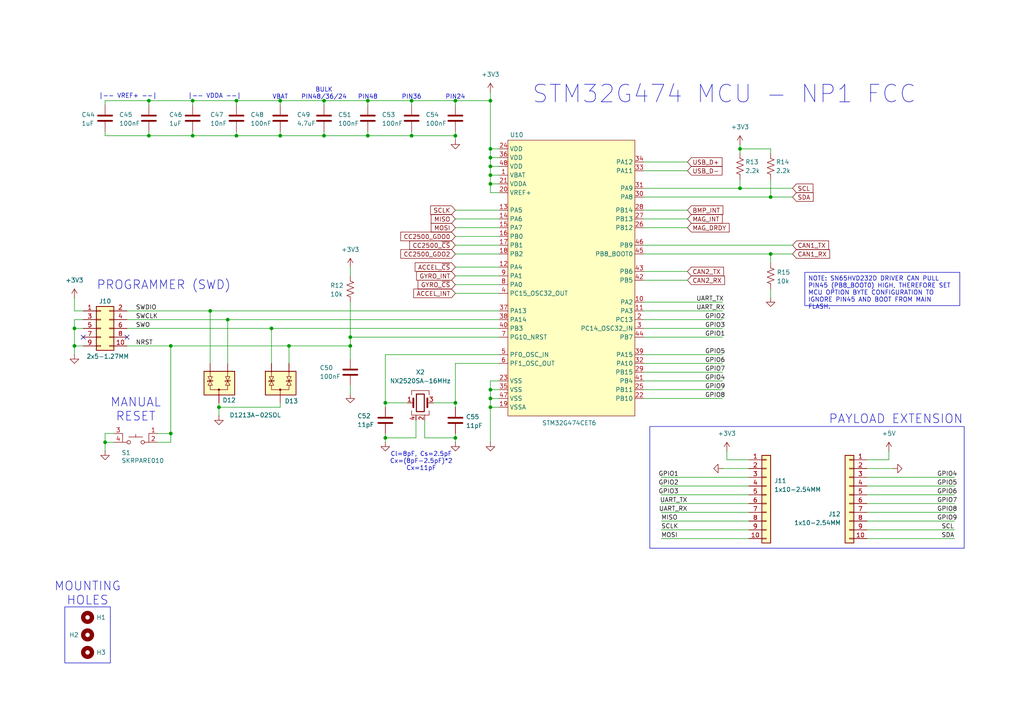
<source format=kicad_sch>
(kicad_sch (version 20231120) (generator "eeschema") (generator_version "8.0")
  (paper "A4")
  (title_block (title "MCU AND PAYLOAD EXTENSION") (date "2024-06-15") (rev "A") (comment 1 "REVIEWED BY:") (comment 3 "GITHUB: /nikphillydev") (comment 4 "DRAWN BY:  N. PHILIPENKO") (comment 5 "SIGNED:"))
  (lib_symbols
    (symbol "Connector_Generic:Conn_01x10" (pin_names (offset 1.016) hide)
      (property "Reference" "J" (at 0 12.7 0))
      (property "Value" "Conn_01x10" (at 0 -15.24 0))
      (symbol "Conn_01x10_1_1"
        (rectangle (start -1.27 -12.573) (end 0 -12.827) (stroke (width 0.1524)))
        (rectangle (start -1.27 -10.033) (end 0 -10.287) (stroke (width 0.1524)))
        (rectangle (start -1.27 -7.493) (end 0 -7.747) (stroke (width 0.1524)))
        (rectangle (start -1.27 -4.953) (end 0 -5.207) (stroke (width 0.1524)))
        (rectangle (start -1.27 -2.413) (end 0 -2.667) (stroke (width 0.1524)))
        (rectangle (start -1.27 0.127) (end 0 -0.127) (stroke (width 0.1524)))
        (rectangle (start -1.27 2.667) (end 0 2.413) (stroke (width 0.1524)))
        (rectangle (start -1.27 5.207) (end 0 4.953) (stroke (width 0.1524)))
        (rectangle (start -1.27 7.747) (end 0 7.493) (stroke (width 0.1524)))
        (rectangle (start -1.27 10.287) (end 0 10.033) (stroke (width 0.1524)))
        (rectangle (start -1.27 11.43) (end 1.27 -13.97) (stroke (width 0.254)) (fill (type background)))
        (pin passive line (at -5.08 10.16 0) (length 3.81) (name "Pin_1") (number "1"))
        (pin passive line (at -5.08 -12.7 0) (length 3.81) (name "Pin_10") (number "10"))
        (pin passive line (at -5.08 7.62 0) (length 3.81) (name "Pin_2") (number "2"))
        (pin passive line (at -5.08 5.08 0) (length 3.81) (name "Pin_3") (number "3"))
        (pin passive line (at -5.08 2.54 0) (length 3.81) (name "Pin_4") (number "4"))
        (pin passive line (at -5.08 0 0) (length 3.81) (name "Pin_5") (number "5"))
        (pin passive line (at -5.08 -2.54 0) (length 3.81) (name "Pin_6") (number "6"))
        (pin passive line (at -5.08 -5.08 0) (length 3.81) (name "Pin_7") (number "7"))
        (pin passive line (at -5.08 -7.62 0) (length 3.81) (name "Pin_8") (number "8"))
        (pin passive line (at -5.08 -10.16 0) (length 3.81) (name "Pin_9") (number "9"))
      )
    )
    (symbol "Connector_Generic:Conn_02x05_Odd_Even" (pin_names (offset 1.016) hide)
      (property "Reference" "J" (at 1.27 7.62 0))
      (property "Value" "Conn_02x05_Odd_Even" (at 1.27 -7.62 0))
      (symbol "Conn_02x05_Odd_Even_1_1"
        (rectangle (start -1.27 -4.953) (end 0 -5.207) (stroke (width 0.1524)))
        (rectangle (start -1.27 -2.413) (end 0 -2.667) (stroke (width 0.1524)))
        (rectangle (start -1.27 0.127) (end 0 -0.127) (stroke (width 0.1524)))
        (rectangle (start -1.27 2.667) (end 0 2.413) (stroke (width 0.1524)))
        (rectangle (start -1.27 5.207) (end 0 4.953) (stroke (width 0.1524)))
        (rectangle (start -1.27 6.35) (end 3.81 -6.35) (stroke (width 0.254)) (fill (type background)))
        (rectangle (start 3.81 -4.953) (end 2.54 -5.207) (stroke (width 0.1524)))
        (rectangle (start 3.81 -2.413) (end 2.54 -2.667) (stroke (width 0.1524)))
        (rectangle (start 3.81 0.127) (end 2.54 -0.127) (stroke (width 0.1524)))
        (rectangle (start 3.81 2.667) (end 2.54 2.413) (stroke (width 0.1524)))
        (rectangle (start 3.81 5.207) (end 2.54 4.953) (stroke (width 0.1524)))
        (pin passive line (at -5.08 5.08 0) (length 3.81) (name "Pin_1") (number "1"))
        (pin passive line (at 7.62 -5.08 180) (length 3.81) (name "Pin_10") (number "10"))
        (pin passive line (at 7.62 5.08 180) (length 3.81) (name "Pin_2") (number "2"))
        (pin passive line (at -5.08 2.54 0) (length 3.81) (name "Pin_3") (number "3"))
        (pin passive line (at 7.62 2.54 180) (length 3.81) (name "Pin_4") (number "4"))
        (pin passive line (at -5.08 0 0) (length 3.81) (name "Pin_5") (number "5"))
        (pin passive line (at 7.62 0 180) (length 3.81) (name "Pin_6") (number "6"))
        (pin passive line (at -5.08 -2.54 0) (length 3.81) (name "Pin_7") (number "7"))
        (pin passive line (at 7.62 -2.54 180) (length 3.81) (name "Pin_8") (number "8"))
        (pin passive line (at -5.08 -5.08 0) (length 3.81) (name "Pin_9") (number "9"))
      )
    )
    (symbol "CrystalsAndOscillators:NX2520SA" (pin_names hide)
      (property "Reference" "X" (at 0 6.858 0))
      (property "Value" "NX2520SA-26MHz" (at 0.254 4.826 0))
      (symbol "NX2520SA_0_1"
        (rectangle (start -1.143 2.54) (end 1.143 -2.54) (stroke (width 0.3048)))
        (polyline (pts (xy -2.54 0) (xy -2.032 0)))
        (polyline (pts (xy -2.032 -1.27) (xy -2.032 1.27)) (stroke (width 0.508)))
        (polyline (pts (xy -1.27 -3.81) (xy -1.27 -3.556)))
        (polyline (pts (xy 1.27 -3.81) (xy 1.27 -3.556)))
        (polyline (pts (xy 2.032 -1.27) (xy 2.032 1.27)) (stroke (width 0.508)))
        (polyline (pts (xy 2.032 0) (xy 2.54 0)))
        (polyline (pts (xy -2.54 -2.286) (xy -2.54 -3.556) (xy 2.54 -3.556) (xy 2.54 -2.286)))
        (polyline (pts (xy -2.54 2.286) (xy -2.54 3.556) (xy 2.54 3.556) (xy 2.54 2.286)))
      )
      (symbol "NX2520SA_1_1"
        (pin bidirectional line (at -3.81 0 0) (length 1.27) (name "1") (number "1"))
        (pin passive line (at 1.27 -5.08 90) (length 1.27) (name "2") (number "2"))
        (pin bidirectional line (at 3.81 0 180) (length 1.27) (name "3") (number "3"))
        (pin passive line (at -1.27 -5.08 90) (length 1.27) (name "4") (number "4"))
      )
    )
    (symbol "Device:C" (pin_numbers hide) (pin_names (offset 0.254))
      (property "Reference" "C" (at 0.635 2.54 0))
      (property "Value" "C" (at 0.635 -2.54 0))
      (symbol "C_0_1"
        (polyline (pts (xy -2.032 -0.762) (xy 2.032 -0.762)) (stroke (width 0.508)))
        (polyline (pts (xy -2.032 0.762) (xy 2.032 0.762)) (stroke (width 0.508)))
      )
      (symbol "C_1_1"
        (pin passive line (at 0 3.81 270) (length 2.794) (name "~") (number "1"))
        (pin passive line (at 0 -3.81 90) (length 2.794) (name "~") (number "2"))
      )
    )
    (symbol "Device:R_US" (pin_numbers hide) (pin_names (offset 0))
      (property "Reference" "R" (at 2.54 0 90))
      (property "Value" "R_US" (at -2.54 0 90))
      (symbol "R_US_0_1"
        (polyline (pts (xy 0 -2.286) (xy 0 -2.54)))
        (polyline (pts (xy 0 2.286) (xy 0 2.54)))
        (polyline (pts (xy 0 -0.762) (xy 1.016 -1.143) (xy 0 -1.524) (xy -1.016 -1.905) (xy 0 -2.286)))
        (polyline (pts (xy 0 0.762) (xy 1.016 0.381) (xy 0 0) (xy -1.016 -0.381) (xy 0 -0.762)))
        (polyline (pts (xy 0 2.286) (xy 1.016 1.905) (xy 0 1.524) (xy -1.016 1.143) (xy 0 0.762)))
      )
      (symbol "R_US_1_1"
        (pin passive line (at 0 3.81 270) (length 1.27) (name "~") (number "1"))
        (pin passive line (at 0 -3.81 90) (length 1.27) (name "~") (number "2"))
      )
    )
    (symbol "Diodes:TVS_BIDIRECTIONAL_2CH" (pin_numbers hide) (pin_names hide)
      (property "Reference" "D" (at 2.54 -5.842 0))
      (symbol "TVS_BIDIRECTIONAL_2CH_0_0"
        (pin passive line (at 0 -6.35 90) (length 2.54) (name "A") (number "3"))
      )
      (symbol "TVS_BIDIRECTIONAL_2CH_0_1"
        (circle (center 0 -2.54) (radius 0.254) (fill (type outline)))
        (polyline (pts (xy -2.54 2.54) (xy -2.54 1.27)))
        (polyline (pts (xy 0 -2.54) (xy 0 -3.81)))
        (polyline (pts (xy 2.54 2.54) (xy 2.54 1.27)))
        (polyline (pts (xy -3.302 -0.254) (xy -3.302 0) (xy -1.905 0) (xy -1.778 0)))
        (polyline (pts (xy -3.302 -0.254) (xy -3.302 0) (xy -1.905 0) (xy -1.778 0)))
        (polyline (pts (xy -2.54 -1.27) (xy -2.54 -2.54) (xy 2.54 -2.54) (xy 2.54 -1.27)))
        (polyline (pts (xy -2.54 0) (xy -1.905 -1.27) (xy -3.175 -1.27) (xy -2.54 0)))
        (polyline (pts (xy -2.54 0) (xy -1.905 1.27) (xy -3.175 1.27) (xy -2.54 0)))
        (polyline (pts (xy -1.778 0.254) (xy -1.778 0) (xy -3.175 0) (xy -3.302 0)))
        (polyline (pts (xy 1.778 -0.254) (xy 1.778 0) (xy 3.175 0) (xy 3.302 0)))
        (polyline (pts (xy 2.54 0) (xy 1.905 -1.27) (xy 3.175 -1.27) (xy 2.54 0)))
        (polyline (pts (xy 2.54 0) (xy 1.905 1.27) (xy 3.175 1.27) (xy 2.54 0)))
        (polyline (pts (xy 3.302 0.254) (xy 3.302 0) (xy 1.905 0) (xy 1.778 0)))
      )
      (symbol "TVS_BIDIRECTIONAL_2CH_1_1"
        (rectangle (start -4.318 2.794) (end 4.572 -4.064) (stroke (width 0.254)) (fill (type background)))
        (pin passive line (at -2.54 5.08 270) (length 2.54) (name "K") (number "1"))
        (pin passive line (at 2.54 5.08 270) (length 2.54) (name "K") (number "2"))
      )
    )
    (symbol "ICs:STM32G474xB/xC/xE_LQFP48"
      (property "Reference" "U6" (at -15.24 42.164 0))
      (property "Value" "STM32G474CET6" (at 0 -41.402 0))
      (symbol "STM32G474xB/xC/xE_LQFP48_0_0"
        (pin power_in line (at -20.32 30.48 0) (length 2.54) (name "VBAT") (number "1"))
        (pin passive line (at 21.59 -6.35 180) (length 2.54) (name "PA2") (number "10"))
        (pin passive line (at 21.59 -8.89 180) (length 2.54) (name "PA3") (number "11"))
        (pin passive line (at -20.32 3.81 0) (length 2.54) (name "PA4") (number "12"))
        (pin passive line (at -20.32 20.32 0) (length 2.54) (name "PA5") (number "13"))
        (pin passive line (at -20.32 17.78 0) (length 2.54) (name "PA6") (number "14"))
        (pin passive line (at -20.32 15.24 0) (length 2.54) (name "PA7") (number "15"))
        (pin passive line (at -20.32 12.7 0) (length 2.54) (name "PB0") (number "16"))
        (pin passive line (at -20.32 10.16 0) (length 2.54) (name "PB1") (number "17"))
        (pin passive line (at -20.32 7.62 0) (length 2.54) (name "PB2") (number "18"))
        (pin passive line (at 21.59 -11.43 180) (length 2.54) (name "PC13") (number "2"))
        (pin power_in line (at -20.32 27.94 0) (length 2.54) (name "VDDA") (number "21"))
        (pin passive line (at 21.59 -34.29 180) (length 2.54) (name "PB10") (number "22"))
        (pin power_in line (at -20.32 38.1 0) (length 2.54) (name "VDD") (number "24"))
        (pin passive line (at 21.59 -31.75 180) (length 2.54) (name "PB11") (number "25"))
        (pin passive line (at 21.59 15.24 180) (length 2.54) (name "PB12") (number "26"))
        (pin passive line (at 21.59 17.78 180) (length 2.54) (name "PB13") (number "27"))
        (pin passive line (at 21.59 20.32 180) (length 2.54) (name "PB14") (number "28"))
        (pin passive line (at 21.59 -13.97 180) (length 2.54) (name "PC14_OSC32_IN") (number "3"))
        (pin passive line (at 21.59 24.13 180) (length 2.54) (name "PA8") (number "30"))
        (pin passive line (at 21.59 26.67 180) (length 2.54) (name "PA9") (number "31"))
        (pin passive line (at 21.59 -24.13 180) (length 2.54) (name "PA10") (number "32"))
        (pin passive line (at 21.59 31.75 180) (length 2.54) (name "PA11") (number "33"))
        (pin passive line (at 21.59 34.29 180) (length 2.54) (name "PA12") (number "34"))
        (pin power_in line (at -20.32 35.56 0) (length 2.54) (name "VDD") (number "36"))
        (pin passive line (at -20.32 -8.89 0) (length 2.54) (name "PA13") (number "37"))
        (pin passive line (at -20.32 -11.43 0) (length 2.54) (name "PA14") (number "38"))
        (pin passive line (at 21.59 -21.59 180) (length 2.54) (name "PA15") (number "39"))
        (pin passive line (at -20.32 -3.81 0) (length 2.54) (name "PC15_OSC32_OUT") (number "4"))
        (pin passive line (at -20.32 -13.97 0) (length 2.54) (name "PB3") (number "40"))
        (pin passive line (at 21.59 -29.21 180) (length 2.54) (name "PB4") (number "41"))
        (pin passive line (at 21.59 0 180) (length 2.54) (name "PB5") (number "42"))
        (pin passive line (at 21.59 2.54 180) (length 2.54) (name "PB6") (number "43"))
        (pin passive line (at 21.59 -16.51 180) (length 2.54) (name "PB7") (number "44"))
        (pin passive line (at 21.59 7.62 180) (length 2.54) (name "PB8_BOOT0") (number "45"))
        (pin passive line (at 21.59 10.16 180) (length 2.54) (name "PB9") (number "46"))
        (pin power_in line (at -20.32 33.02 0) (length 2.54) (name "VDD") (number "48"))
        (pin passive line (at -20.32 -21.59 0) (length 2.54) (name "PF0_OSC_IN") (number "5"))
        (pin passive line (at -20.32 -24.13 0) (length 2.54) (name "PF1_OSC_OUT") (number "6"))
        (pin passive line (at -20.32 -16.51 0) (length 2.54) (name "PG10_NRST") (number "7"))
        (pin passive line (at -20.32 -1.27 0) (length 2.54) (name "PA0") (number "8"))
        (pin passive line (at -20.32 1.27 0) (length 2.54) (name "PA1") (number "9"))
      )
      (symbol "STM32G474xB/xC/xE_LQFP48_1_0"
        (pin passive line (at -20.32 -36.83 0) (length 2.54) (name "VSSA") (number "19"))
        (pin power_in line (at -20.32 25.4 0) (length 2.54) (name "VREF+") (number "20"))
        (pin passive line (at -20.32 -29.21 0) (length 2.54) (name "VSS") (number "23"))
        (pin passive line (at 21.59 -26.67 180) (length 2.54) (name "PB15") (number "29"))
        (pin passive line (at -20.32 -31.75 0) (length 2.54) (name "VSS") (number "35"))
        (pin passive line (at -20.32 -34.29 0) (length 2.54) (name "VSS") (number "47"))
      )
      (symbol "STM32G474xB/xC/xE_LQFP48_1_1"
        (rectangle (start -17.78 40.64) (end 19.05 -39.37) (fill (type background)))
      )
    )
    (symbol "Mechanical:MountingHole" (pin_names (offset 1.016)) (exclude_from_sim yes) (in_bom no)
      (property "Reference" "H" (at 0 5.08 0))
      (property "Value" "MountingHole" (at 0 3.175 0))
      (symbol "MountingHole_0_1"
        (circle (center 0 0) (radius 1.27) (stroke (width 1.27)))
      )
    )
    (symbol "Switches:TACT-SPST-4PIN" (pin_names hide)
      (property "Reference" "S" (at -1.778 5.08 0))
      (property "Value" "TACT-SPST-4PIN" (at 0 -2.794 0))
      (symbol "TACT-SPST-4PIN_0_0"
        (circle (center -2.032 0) (radius 0.508))
        (polyline (pts (xy -2.032 1.524) (xy 2.032 1.524)))
        (polyline (pts (xy 0 1.524) (xy 0 2.286)))
        (circle (center 2.032 0) (radius 0.508))
      )
      (symbol "TACT-SPST-4PIN_0_1"
        (polyline (pts (xy -3.81 2.54) (xy -3.81 0) (xy -2.54 0)))
        (polyline (pts (xy 2.54 0) (xy 3.81 0) (xy 3.81 2.54)))
      )
      (symbol "TACT-SPST-4PIN_1_0"
        (pin passive line (at 6.35 2.54 180) (length 2.54) (name "3") (number "3"))
        (pin passive line (at 6.35 0 180) (length 2.54) (name "4") (number "4"))
      )
      (symbol "TACT-SPST-4PIN_1_1"
        (pin passive line (at -6.35 2.54 0) (length 2.54) (name "1") (number "1"))
        (pin passive line (at -6.35 0 0) (length 2.54) (name "2") (number "2"))
      )
    )
    (symbol "power:+3.3V" (power) (pin_numbers hide) (pin_names (offset 0) hide)
      (property "Value" "+3.3V" (at 0 3.556 0))
      (symbol "+3.3V_0_1"
        (polyline (pts (xy -0.762 1.27) (xy 0 2.54)))
        (polyline (pts (xy 0 0) (xy 0 2.54)))
        (polyline (pts (xy 0 2.54) (xy 0.762 1.27)))
      )
      (symbol "+3.3V_1_1"
        (pin power_in line (at 0 0 90) (length 0) (name "~") (number "1"))
      )
    )
    (symbol "power:+BATT" (power) (pin_numbers hide) (pin_names (offset 0) hide)
      (property "Value" "+BATT" (at 0 3.556 0))
      (symbol "+BATT_0_1"
        (polyline (pts (xy -0.762 1.27) (xy 0 2.54)))
        (polyline (pts (xy 0 0) (xy 0 2.54)))
        (polyline (pts (xy 0 2.54) (xy 0.762 1.27)))
      )
      (symbol "+BATT_1_1"
        (pin power_in line (at 0 0 90) (length 0) (name "~") (number "1"))
      )
    )
    (symbol "power:GND" (power) (pin_numbers hide) (pin_names (offset 0) hide)
      (property "Value" "GND" (at 0 -3.81 0))
      (symbol "GND_0_1"
        (polyline (pts (xy 0 0) (xy 0 -1.27) (xy 1.27 -1.27) (xy 0 -2.54) (xy -1.27 -1.27) (xy 0 -1.27)))
      )
      (symbol "GND_1_1"
        (pin power_in line (at 0 0 270) (length 0) (name "~") (number "1"))
      )
    )
  )
  (junction (at 30.48 128.27))
  (junction (at 223.52 57.15))
  (junction (at 111.76 116.84))
  (junction (at 60.96 90.17))
  (junction (at 132.08 29.21))
  (junction (at 132.08 127))
  (junction (at 223.52 73.66))
  (junction (at 81.28 29.21))
  (junction (at 111.76 127))
  (junction (at 83.82 100.33))
  (junction (at 68.58 39.37))
  (junction (at 142.24 113.03))
  (junction (at 214.63 43.18))
  (junction (at 68.58 29.21))
  (junction (at 21.59 95.25))
  (junction (at 49.53 100.33))
  (junction (at 142.24 48.26))
  (junction (at 101.6 100.33))
  (junction (at 106.68 39.37))
  (junction (at 21.59 100.33))
  (junction (at 66.04 92.71))
  (junction (at 132.08 116.84))
  (junction (at 142.24 53.34))
  (junction (at 101.6 97.79))
  (junction (at 142.24 118.11))
  (junction (at 119.38 29.21))
  (junction (at 63.5 118.11))
  (junction (at 81.28 39.37))
  (junction (at 93.98 39.37))
  (junction (at 142.24 50.8))
  (junction (at 55.88 29.21))
  (junction (at 142.24 29.21))
  (junction (at 214.63 54.61))
  (junction (at 119.38 39.37))
  (junction (at 55.88 39.37))
  (junction (at 132.08 39.37))
  (junction (at 78.74 95.25))
  (junction (at 106.68 29.21))
  (junction (at 43.18 39.37))
  (junction (at 142.24 115.57))
  (junction (at 49.53 125.73))
  (junction (at 43.18 29.21))
  (junction (at 93.98 29.21))
  (junction (at 142.24 43.18))
  (junction (at 142.24 45.72))
  (no_connect (at 24.13 97.79))
  (no_connect (at 36.83 97.79))
  (wire (pts (xy 21.59 100.33) (xy 21.59 102.87)))
  (wire (pts (xy 132.08 125.73) (xy 132.08 127)))
  (wire (pts (xy 68.58 38.1) (xy 68.58 39.37)))
  (wire (pts (xy 63.5 118.11) (xy 63.5 116.84)))
  (wire (pts (xy 144.78 113.03) (xy 142.24 113.03)))
  (wire (pts (xy 257.81 133.35) (xy 257.81 130.81)))
  (wire (pts (xy 223.52 73.66) (xy 223.52 76.2)))
  (wire (pts (xy 132.08 66.04) (xy 144.78 66.04)))
  (wire (pts (xy 251.46 140.97) (xy 276.86 140.97)))
  (wire (pts (xy 186.69 92.71) (xy 209.55 92.71)))
  (wire (pts (xy 111.76 125.73) (xy 111.76 127)))
  (wire (pts (xy 30.48 125.73) (xy 30.48 128.27)))
  (wire (pts (xy 251.46 133.35) (xy 257.81 133.35)))
  (wire (pts (xy 142.24 29.21) (xy 142.24 43.18)))
  (wire (pts (xy 106.68 38.1) (xy 106.68 39.37)))
  (wire (pts (xy 214.63 41.91) (xy 214.63 43.18)))
  (wire (pts (xy 101.6 100.33) (xy 101.6 97.79)))
  (wire (pts (xy 186.69 60.96) (xy 199.39 60.96)))
  (wire (pts (xy 223.52 83.82) (xy 223.52 86.36)))
  (wire (pts (xy 24.13 92.71) (xy 21.59 92.71)))
  (wire (pts (xy 142.24 43.18) (xy 142.24 45.72)))
  (wire (pts (xy 123.19 121.92) (xy 123.19 127)))
  (wire (pts (xy 21.59 95.25) (xy 21.59 100.33)))
  (wire (pts (xy 186.69 87.63) (xy 209.55 87.63)))
  (wire (pts (xy 106.68 39.37) (xy 119.38 39.37)))
  (wire (pts (xy 81.28 29.21) (xy 81.28 30.48)))
  (wire (pts (xy 223.52 44.45) (xy 223.52 43.18)))
  (wire (pts (xy 214.63 43.18) (xy 214.63 44.45)))
  (wire (pts (xy 186.69 71.12) (xy 229.87 71.12)))
  (wire (pts (xy 191.77 153.67) (xy 217.17 153.67)))
  (wire (pts (xy 144.78 80.01) (xy 132.08 80.01)))
  (wire (pts (xy 49.53 100.33) (xy 49.53 125.73)))
  (wire (pts (xy 36.83 92.71) (xy 66.04 92.71)))
  (wire (pts (xy 81.28 38.1) (xy 81.28 39.37)))
  (wire (pts (xy 142.24 45.72) (xy 144.78 45.72)))
  (wire (pts (xy 251.46 151.13) (xy 276.86 151.13)))
  (wire (pts (xy 144.78 110.49) (xy 142.24 110.49)))
  (wire (pts (xy 186.69 97.79) (xy 209.55 97.79)))
  (wire (pts (xy 81.28 39.37) (xy 93.98 39.37)))
  (wire (pts (xy 101.6 87.63) (xy 101.6 97.79)))
  (wire (pts (xy 43.18 39.37) (xy 55.88 39.37)))
  (wire (pts (xy 55.88 30.48) (xy 55.88 29.21)))
  (wire (pts (xy 36.83 95.25) (xy 78.74 95.25)))
  (wire (pts (xy 60.96 90.17) (xy 144.78 90.17)))
  (wire (pts (xy 68.58 29.21) (xy 68.58 30.48)))
  (wire (pts (xy 49.53 100.33) (xy 83.82 100.33)))
  (wire (pts (xy 66.04 92.71) (xy 144.78 92.71)))
  (wire (pts (xy 144.78 118.11) (xy 142.24 118.11)))
  (wire (pts (xy 142.24 110.49) (xy 142.24 113.03)))
  (wire (pts (xy 111.76 116.84) (xy 118.11 116.84)))
  (wire (pts (xy 191.77 156.21) (xy 217.17 156.21)))
  (wire (pts (xy 33.02 128.27) (xy 30.48 128.27)))
  (wire (pts (xy 132.08 63.5) (xy 144.78 63.5)))
  (wire (pts (xy 142.24 55.88) (xy 144.78 55.88)))
  (wire (pts (xy 132.08 105.41) (xy 144.78 105.41)))
  (wire (pts (xy 111.76 102.87) (xy 111.76 116.84)))
  (wire (pts (xy 217.17 148.59) (xy 191.77 148.59)))
  (wire (pts (xy 81.28 118.11) (xy 63.5 118.11)))
  (wire (pts (xy 251.46 156.21) (xy 276.86 156.21)))
  (wire (pts (xy 186.69 54.61) (xy 214.63 54.61)))
  (wire (pts (xy 36.83 90.17) (xy 60.96 90.17)))
  (wire (pts (xy 142.24 50.8) (xy 144.78 50.8)))
  (wire (pts (xy 30.48 30.48) (xy 30.48 29.21)))
  (wire (pts (xy 186.69 113.03) (xy 209.55 113.03)))
  (wire (pts (xy 60.96 90.17) (xy 60.96 105.41)))
  (wire (pts (xy 144.78 82.55) (xy 132.08 82.55)))
  (wire (pts (xy 101.6 77.47) (xy 101.6 80.01)))
  (wire (pts (xy 142.24 53.34) (xy 142.24 55.88)))
  (wire (pts (xy 142.24 115.57) (xy 142.24 118.11)))
  (wire (pts (xy 186.69 110.49) (xy 209.55 110.49)))
  (wire (pts (xy 36.83 100.33) (xy 49.53 100.33)))
  (wire (pts (xy 142.24 45.72) (xy 142.24 48.26)))
  (wire (pts (xy 81.28 116.84) (xy 81.28 118.11)))
  (wire (pts (xy 43.18 29.21) (xy 43.18 30.48)))
  (wire (pts (xy 186.69 102.87) (xy 209.55 102.87)))
  (wire (pts (xy 45.72 128.27) (xy 49.53 128.27)))
  (wire (pts (xy 142.24 43.18) (xy 144.78 43.18)))
  (wire (pts (xy 106.68 29.21) (xy 119.38 29.21)))
  (wire (pts (xy 223.52 43.18) (xy 214.63 43.18)))
  (wire (pts (xy 68.58 29.21) (xy 81.28 29.21)))
  (wire (pts (xy 119.38 39.37) (xy 132.08 39.37)))
  (wire (pts (xy 78.74 95.25) (xy 144.78 95.25)))
  (wire (pts (xy 30.48 39.37) (xy 43.18 39.37)))
  (wire (pts (xy 24.13 90.17) (xy 21.59 90.17)))
  (wire (pts (xy 123.19 127) (xy 132.08 127)))
  (wire (pts (xy 186.69 78.74) (xy 199.39 78.74)))
  (wire (pts (xy 101.6 97.79) (xy 144.78 97.79)))
  (wire (pts (xy 93.98 30.48) (xy 93.98 29.21)))
  (wire (pts (xy 191.77 151.13) (xy 217.17 151.13)))
  (wire (pts (xy 21.59 86.36) (xy 21.59 90.17)))
  (wire (pts (xy 251.46 138.43) (xy 276.86 138.43)))
  (wire (pts (xy 132.08 29.21) (xy 132.08 30.48)))
  (wire (pts (xy 55.88 29.21) (xy 68.58 29.21)))
  (wire (pts (xy 93.98 29.21) (xy 106.68 29.21)))
  (wire (pts (xy 106.68 29.21) (xy 106.68 30.48)))
  (wire (pts (xy 30.48 128.27) (xy 30.48 130.81)))
  (wire (pts (xy 186.69 105.41) (xy 209.55 105.41)))
  (wire (pts (xy 63.5 120.65) (xy 63.5 118.11)))
  (wire (pts (xy 101.6 111.76) (xy 101.6 114.3)))
  (wire (pts (xy 83.82 100.33) (xy 83.82 105.41)))
  (wire (pts (xy 21.59 92.71) (xy 21.59 95.25)))
  (wire (pts (xy 132.08 68.58) (xy 144.78 68.58)))
  (wire (pts (xy 93.98 39.37) (xy 106.68 39.37)))
  (wire (pts (xy 186.69 66.04) (xy 199.39 66.04)))
  (wire (pts (xy 111.76 102.87) (xy 144.78 102.87)))
  (wire (pts (xy 43.18 38.1) (xy 43.18 39.37)))
  (wire (pts (xy 66.04 92.71) (xy 66.04 105.41)))
  (wire (pts (xy 55.88 38.1) (xy 55.88 39.37)))
  (wire (pts (xy 132.08 116.84) (xy 132.08 105.41)))
  (wire (pts (xy 142.24 48.26) (xy 144.78 48.26)))
  (wire (pts (xy 132.08 73.66) (xy 144.78 73.66)))
  (wire (pts (xy 24.13 95.25) (xy 21.59 95.25)))
  (wire (pts (xy 120.65 121.92) (xy 120.65 127)))
  (wire (pts (xy 132.08 77.47) (xy 144.78 77.47)))
  (wire (pts (xy 186.69 73.66) (xy 223.52 73.66)))
  (wire (pts (xy 101.6 100.33) (xy 101.6 104.14)))
  (wire (pts (xy 199.39 49.53) (xy 186.69 49.53)))
  (wire (pts (xy 43.18 29.21) (xy 55.88 29.21)))
  (wire (pts (xy 223.52 73.66) (xy 229.87 73.66)))
  (wire (pts (xy 186.69 115.57) (xy 209.55 115.57)))
  (wire (pts (xy 24.13 100.33) (xy 21.59 100.33)))
  (wire (pts (xy 217.17 140.97) (xy 191.77 140.97)))
  (wire (pts (xy 30.48 29.21) (xy 43.18 29.21)))
  (wire (pts (xy 119.38 38.1) (xy 119.38 39.37)))
  (wire (pts (xy 49.53 128.27) (xy 49.53 125.73)))
  (wire (pts (xy 214.63 52.07) (xy 214.63 54.61)))
  (wire (pts (xy 186.69 63.5) (xy 199.39 63.5)))
  (wire (pts (xy 111.76 116.84) (xy 111.76 118.11)))
  (wire (pts (xy 132.08 71.12) (xy 144.78 71.12)))
  (wire (pts (xy 93.98 38.1) (xy 93.98 39.37)))
  (wire (pts (xy 81.28 29.21) (xy 93.98 29.21)))
  (wire (pts (xy 144.78 115.57) (xy 142.24 115.57)))
  (wire (pts (xy 209.55 135.89) (xy 217.17 135.89)))
  (wire (pts (xy 30.48 38.1) (xy 30.48 39.37)))
  (wire (pts (xy 125.73 116.84) (xy 132.08 116.84)))
  (wire (pts (xy 210.82 130.81) (xy 210.82 133.35)))
  (wire (pts (xy 132.08 128.27) (xy 132.08 127)))
  (wire (pts (xy 119.38 29.21) (xy 119.38 30.48)))
  (wire (pts (xy 186.69 57.15) (xy 223.52 57.15)))
  (wire (pts (xy 55.88 39.37) (xy 68.58 39.37)))
  (wire (pts (xy 101.6 100.33) (xy 83.82 100.33)))
  (wire (pts (xy 210.82 133.35) (xy 217.17 133.35)))
  (wire (pts (xy 132.08 29.21) (xy 119.38 29.21)))
  (wire (pts (xy 120.65 127) (xy 111.76 127)))
  (wire (pts (xy 144.78 85.09) (xy 132.08 85.09)))
  (wire (pts (xy 186.69 107.95) (xy 209.55 107.95)))
  (wire (pts (xy 251.46 148.59) (xy 276.86 148.59)))
  (wire (pts (xy 251.46 143.51) (xy 276.86 143.51)))
  (wire (pts (xy 111.76 128.27) (xy 111.76 127)))
  (wire (pts (xy 186.69 81.28) (xy 199.39 81.28)))
  (wire (pts (xy 142.24 53.34) (xy 144.78 53.34)))
  (wire (pts (xy 199.39 46.99) (xy 186.69 46.99)))
  (wire (pts (xy 132.08 39.37) (xy 132.08 38.1)))
  (wire (pts (xy 132.08 116.84) (xy 132.08 118.11)))
  (wire (pts (xy 214.63 54.61) (xy 229.87 54.61)))
  (wire (pts (xy 251.46 135.89) (xy 259.08 135.89)))
  (wire (pts (xy 223.52 52.07) (xy 223.52 57.15)))
  (wire (pts (xy 142.24 118.11) (xy 142.24 128.27)))
  (wire (pts (xy 132.08 29.21) (xy 142.24 29.21)))
  (wire (pts (xy 142.24 113.03) (xy 142.24 115.57)))
  (wire (pts (xy 217.17 138.43) (xy 191.77 138.43)))
  (wire (pts (xy 251.46 153.67) (xy 276.86 153.67)))
  (wire (pts (xy 132.08 60.96) (xy 144.78 60.96)))
  (wire (pts (xy 68.58 39.37) (xy 81.28 39.37)))
  (wire (pts (xy 78.74 95.25) (xy 78.74 105.41)))
  (wire (pts (xy 142.24 26.67) (xy 142.24 29.21)))
  (wire (pts (xy 33.02 125.73) (xy 30.48 125.73)))
  (wire (pts (xy 251.46 146.05) (xy 276.86 146.05)))
  (wire (pts (xy 45.72 125.73) (xy 49.53 125.73)))
  (wire (pts (xy 217.17 143.51) (xy 191.77 143.51)))
  (wire (pts (xy 132.08 39.37) (xy 132.08 40.64)))
  (wire (pts (xy 217.17 146.05) (xy 191.77 146.05)))
  (wire (pts (xy 142.24 50.8) (xy 142.24 53.34)))
  (wire (pts (xy 186.69 90.17) (xy 209.55 90.17)))
  (wire (pts (xy 142.24 48.26) (xy 142.24 50.8)))
  (wire (pts (xy 223.52 57.15) (xy 229.87 57.15)))
  (wire (pts (xy 186.69 95.25) (xy 209.55 95.25)))
  (rectangle (start 188.468 123.698) (end 279.654 159.004))
  (rectangle (start 18.796 176.022) (end 32.004 192.278))
  (text_box "NOTE: SN65HVD232D DRIVER CAN PULL PIN45 (PB8_BOOT0) HIGH, THEREFORE SET MCU OPTION BYTE CONFIGURATION TO IGNORE PIN45 AND BOOT FROM MAIN FLASH." (at 233.426 78.994 0) (size 44.958 9.652) (effects (font (size 1.27 1.27)) (justify left top)))
  (text "PAYLOAD EXTENSION" (at 259.842 121.666 0) (effects (font (size 2.54 2.54))))
  (text "STM32G474 MCU - NP1 FCC" (at 210.058 27.432 0) (effects (font (size 5.08 5.08))))
  (text "MOUNTING\nHOLES" (at 25.4 172.212 0) (effects (font (size 2.54 2.54))))
  (text "PIN48" (at 106.68 28.194 0) (effects (font (size 1.27 1.27))))
  (text "VBAT" (at 81.28 28.194 0) (effects (font (size 1.27 1.27))))
  (text "|-- VREF+ --| " (at 37.592 27.94 0) (effects (font (size 1.27 1.27))))
  (text "|-- VDDA --|" (at 62.23 27.94 0) (effects (font (size 1.27 1.27))))
  (text "PROGRAMMER (SWD)" (at 47.498 82.804 0) (effects (font (size 2.54 2.54))))
  (text "Cl=8pF, Cs=2.5pF\nCx=(8pF-2.5pF)*2\nCx=11pF" (at 122.174 133.858 0) (effects (font (size 1.27 1.27))))
  (text "PIN24\n" (at 132.08 28.194 0) (effects (font (size 1.27 1.27))))
  (text "BULK\nPIN48/36/24" (at 93.98 27.178 0) (effects (font (size 1.27 1.27))))
  (text "MANUAL\nRESET" (at 39.37 118.872 0) (effects (font (size 2.54 2.54))))
  (text "PIN36" (at 119.38 28.194 0) (effects (font (size 1.27 1.27))))
  (label "GPIO1" (at 196.85 138.43 180))
  (label "GPIO8" (at 271.78 148.59 0))
  (label "GPIO3" (at 204.47 95.25 0))
  (label "SDA" (at 273.05 156.21 0))
  (label "GPIO8" (at 204.47 115.57 0))
  (label "UART_TX" (at 199.39 146.05 180))
  (label "GPIO2" (at 196.85 140.97 180))
  (label "GPIO1" (at 204.47 97.79 0))
  (label "UART_RX" (at 201.93 90.17 0))
  (label "GPIO5" (at 204.47 102.87 0))
  (label "SCL" (at 273.05 153.67 0))
  (label "GPIO4" (at 271.78 138.43 0))
  (label "SWDIO" (at 39.37 90.17 0))
  (label "SWCLK" (at 39.37 92.71 0))
  (label "SWO" (at 39.37 95.25 0))
  (label "GPIO2" (at 204.47 92.71 0))
  (label "UART_RX" (at 199.39 148.59 180))
  (label "GPIO7" (at 271.78 146.05 0))
  (label "GPIO9" (at 204.47 113.03 0))
  (label "UART_TX" (at 201.93 87.63 0))
  (label "GPIO3" (at 196.85 143.51 180))
  (label "MISO" (at 191.77 151.13 0))
  (label "GPIO6" (at 204.47 105.41 0))
  (label "GPIO6" (at 271.78 143.51 0))
  (label "GPIO4" (at 204.47 110.49 0))
  (label "GPIO7" (at 204.47 107.95 0))
  (label "GPIO5" (at 271.78 140.97 0))
  (label "SCLK" (at 191.77 153.67 0))
  (label "MOSI" (at 191.77 156.21 0))
  (label "NRST" (at 39.37 100.33 0))
  (label "GPIO9" (at 271.78 151.13 0))
  (global_label "USB_D-" (shape input) (at 199.39 49.53 0) (property "Intersheetrefs" "${INTERSHEET_REFS}" (effects (hide yes))))
  (global_label "USB_D+" (shape input) (at 199.39 46.99 0) (property "Intersheetrefs" "${INTERSHEET_REFS}" (effects (hide yes))))
  (global_label "BMP_INT" (shape input) (at 199.39 60.96 0) (property "Intersheetrefs" "${INTERSHEET_REFS}" (effects (hide yes))))
  (global_label "CAN1_TX" (shape input) (at 229.87 71.12 0) (property "Intersheetrefs" "${INTERSHEET_REFS}" (effects (hide yes))))
  (global_label "GYRO_INT" (shape input) (at 132.08 80.01 180) (property "Intersheetrefs" "${INTERSHEET_REFS}" (effects (hide yes))))
  (global_label "MOSI" (shape input) (at 132.08 66.04 180) (property "Intersheetrefs" "${INTERSHEET_REFS}" (effects (hide yes))))
  (global_label "SCLK" (shape input) (at 132.08 60.96 180) (property "Intersheetrefs" "${INTERSHEET_REFS}" (effects (hide yes))))
  (global_label "MAG_DRDY" (shape input) (at 199.39 66.04 0) (property "Intersheetrefs" "${INTERSHEET_REFS}" (effects (hide yes))))
  (global_label "CAN1_RX" (shape input) (at 229.87 73.66 0) (property "Intersheetrefs" "${INTERSHEET_REFS}" (effects (hide yes))))
  (global_label "CAN2_RX" (shape input) (at 199.39 81.28 0) (property "Intersheetrefs" "${INTERSHEET_REFS}" (effects (hide yes))))
  (global_label "SDA" (shape input) (at 229.87 57.15 0) (property "Intersheetrefs" "${INTERSHEET_REFS}" (effects (hide yes))))
  (global_label "ACCEL_INT" (shape input) (at 132.08 85.09 180) (property "Intersheetrefs" "${INTERSHEET_REFS}" (effects (hide yes))))
  (global_label "GYRO_~{CS}" (shape input) (at 132.08 82.55 180) (property "Intersheetrefs" "${INTERSHEET_REFS}" (effects (hide yes))))
  (global_label "CC2500_GDO2" (shape input) (at 132.08 73.66 180) (property "Intersheetrefs" "${INTERSHEET_REFS}" (effects (hide yes))))
  (global_label "CAN2_TX" (shape input) (at 199.39 78.74 0) (property "Intersheetrefs" "${INTERSHEET_REFS}" (effects (hide yes))))
  (global_label "MISO" (shape input) (at 132.08 63.5 180) (property "Intersheetrefs" "${INTERSHEET_REFS}" (effects (hide yes))))
  (global_label "MAG_INT" (shape input) (at 199.39 63.5 0) (property "Intersheetrefs" "${INTERSHEET_REFS}" (effects (hide yes))))
  (global_label "ACCEL_~{CS}" (shape input) (at 132.08 77.47 180) (property "Intersheetrefs" "${INTERSHEET_REFS}" (effects (hide yes))))
  (global_label "CC2500_~{CS}" (shape input) (at 132.08 71.12 180) (property "Intersheetrefs" "${INTERSHEET_REFS}" (effects (hide yes))))
  (global_label "SCL" (shape input) (at 229.87 54.61 0) (property "Intersheetrefs" "${INTERSHEET_REFS}" (effects (hide yes))))
  (global_label "CC2500_GDO0" (shape input) (at 132.08 68.58 180) (property "Intersheetrefs" "${INTERSHEET_REFS}" (effects (hide yes))))
  (symbol (lib_id "Device:R_US") (at 223.52 80.01 0) (unit 1)
    (property "Reference" "R15" (at 225.298 78.994 0) (effects (justify left)))
    (property "Value" "10k" (at 225.298 81.534 0) (effects (justify left)))
    (property "Footprint" "Resistors:RES_0603_1608Metric" (effects (hide yes)))
    (property "Description" "Resistor, US symbol" (effects (hide yes)))
    (property "JLCPCB Part#" "C98220" (effects (hide yes)))
  )
  (symbol (lib_id "power:+BATT") (at 257.81 130.81 0) (unit 1)
    (property "Reference" "#PWR079" (effects (hide yes)))
    (property "Value" "+5V" (at 257.81 125.73 0))
    (property "Description" "Power symbol creates a global label with name \"+BATT\"" (effects (hide yes)))
  )
  (symbol (lib_id "Connector_Generic:Conn_01x10") (at 222.25 143.51 0) (unit 1)
    (property "Reference" "J11" (at 224.536 139.446 0) (effects (justify left)))
    (property "Value" "1x10-2.54MM " (at 224.536 141.986 0) (effects (justify left)))
    (property "Footprint" "Connectors:CONN_FEMALE_TH_2.54MM_1x10" (effects (hide yes)))
    (property "Description" "Generic connector, single row, 01x10, script generated (kicad-library-utils/schlib/autogen/connector/)" (effects (hide yes)))
    (property "JLCPCB Part#" "C2897373" (effects (hide yes)))
  )
  (symbol (lib_id "power:GND") (at 63.5 120.65 0) (unit 1)
    (property "Reference" "#PWR067" (effects (hide yes)))
    (property "Value" "GND" (effects (hide yes)))
    (property "Description" "Power symbol creates a global label with name \"GND\" , ground" (effects (hide yes)))
  )
  (symbol (lib_id "Mechanical:MountingHole") (at 25.4 179.07 0) (unit 1) (exclude_from_sim yes) (in_bom no)
    (property "Reference" "H1" (at 27.94 179.07 0) (effects (justify left)))
    (property "Value" "MountingHole" (effects (hide yes)))
    (property "Footprint" "MountingHole:MountingHole_2.2mm_M2_Pad" (effects (hide yes)))
    (property "Description" "Mounting Hole without connection" (effects (hide yes)))
  )
  (symbol (lib_id "power:GND") (at 223.52 86.36 0) (unit 1)
    (property "Reference" "#PWR078" (effects (hide yes)))
    (property "Value" "GND" (effects (hide yes)))
    (property "Description" "Power symbol creates a global label with name \"GND\" , ground" (effects (hide yes)))
  )
  (symbol (lib_id "Device:C") (at 55.88 34.29 0) (unit 1)
    (property "Reference" "C46" (at 49.022 33.274 0) (effects (justify left)))
    (property "Value" "1uF" (at 49.022 35.814 0) (effects (justify left)))
    (property "Footprint" "Capacitors:CAP_0402_1005Metric" (effects (hide yes)))
    (property "Description" "Unpolarized capacitor" (effects (hide yes)))
    (property "JLCPCB Part#" "C77009" (effects (hide yes)))
  )
  (symbol (lib_id "Device:C") (at 43.18 34.29 0) (unit 1)
    (property "Reference" "C45" (at 34.544 33.274 0) (effects (justify left)))
    (property "Value" "100nF" (at 34.544 35.814 0) (effects (justify left)))
    (property "Footprint" "Capacitors:CAP_0402_1005Metric" (effects (hide yes)))
    (property "Description" "Unpolarized capacitor" (effects (hide yes)))
    (property "JLCPCB Part#" "C77020" (effects (hide yes)))
  )
  (symbol (lib_id "Diodes:TVS_BIDIRECTIONAL_2CH") (at 63.5 110.49 0) (unit 1)
    (property "Reference" "D12" (at 64.516 116.078 0) (effects (justify left)))
    (property "Value" "D1213A-02SOL" (at 66.548 120.396 0) (effects (justify left)))
    (property "Footprint" "Diodes:DiodesINC_SOT23-3" (effects (hide yes)))
    (property "JLCPCB Part#" "C460585" (effects (hide yes)))
  )
  (symbol (lib_id "power:+3.3V") (at 210.82 130.81 0) (unit 1)
    (property "Reference" "#PWR076" (effects (hide yes)))
    (property "Value" "+3V3" (at 210.82 125.73 0))
    (property "Description" "Power symbol creates a global label with name \"+3.3V\"" (effects (hide yes)))
  )
  (symbol (lib_id "power:GND") (at 30.48 130.81 0) (mirror y) (unit 1)
    (property "Reference" "#PWR066" (effects (hide yes)))
    (property "Value" "GND" (effects (hide yes)))
    (property "Description" "Power symbol creates a global label with name \"GND\" , ground" (effects (hide yes)))
  )
  (symbol (lib_id "power:GND") (at 21.59 102.87 0) (unit 1)
    (property "Reference" "#PWR065" (effects (hide yes)))
    (property "Value" "GND" (effects (hide yes)))
    (property "Description" "Power symbol creates a global label with name \"GND\" , ground" (effects (hide yes)))
  )
  (symbol (lib_id "power:+3.3V") (at 214.63 41.91 0) (unit 1)
    (property "Reference" "#PWR077" (effects (hide yes)))
    (property "Value" "+3V3" (at 214.63 36.83 0))
    (property "Description" "Power symbol creates a global label with name \"+3.3V\"" (effects (hide yes)))
  )
  (symbol (lib_id "power:+BATT") (at 101.6 77.47 0) (unit 1)
    (property "Reference" "#PWR068" (effects (hide yes)))
    (property "Value" "+3V3" (at 101.6 72.39 0))
    (property "Description" "Power symbol creates a global label with name \"+BATT\"" (effects (hide yes)))
  )
  (symbol (lib_id "Device:C") (at 68.58 34.29 0) (unit 1)
    (property "Reference" "C47" (at 60.96 33.274 0) (effects (justify left)))
    (property "Value" "10nF" (at 60.96 35.814 0) (effects (justify left)))
    (property "Footprint" "Capacitors:CAP_0402_1005Metric" (effects (hide yes)))
    (property "Description" "Unpolarized capacitor" (effects (hide yes)))
    (property "JLCPCB Part#" "C162190" (effects (hide yes)))
  )
  (symbol (lib_id "Device:C") (at 106.68 34.29 0) (unit 1)
    (property "Reference" "C51" (at 98.044 33.274 0) (effects (justify left)))
    (property "Value" "100nF" (at 98.044 35.814 0) (effects (justify left)))
    (property "Footprint" "Capacitors:CAP_0402_1005Metric" (effects (hide yes)))
    (property "Description" "Unpolarized capacitor" (effects (hide yes)))
    (property "JLCPCB Part#" "C77020" (effects (hide yes)))
  )
  (symbol (lib_id "Connector_Generic:Conn_01x10") (at 246.38 143.51 0) (mirror y) (unit 1)
    (property "Reference" "J12" (at 243.84 149.0979 0) (effects (justify left)))
    (property "Value" "1x10-2.54MM " (at 244.856 151.638 0) (effects (justify left)))
    (property "Footprint" "Connectors:CONN_FEMALE_TH_2.54MM_1x10" (effects (hide yes)))
    (property "Description" "Generic connector, single row, 01x10, script generated (kicad-library-utils/schlib/autogen/connector/)" (effects (hide yes)))
    (property "JLCPCB Part#" "C2897373" (effects (hide yes)))
  )
  (symbol (lib_id "Mechanical:MountingHole") (at 25.4 189.23 0) (unit 1) (exclude_from_sim yes) (in_bom no)
    (property "Reference" "H3" (at 27.94 189.23 0) (effects (justify left)))
    (property "Value" "MountingHole" (effects (hide yes)))
    (property "Footprint" "MountingHole:MountingHole_2.2mm_M2_Pad" (effects (hide yes)))
    (property "Description" "Mounting Hole without connection" (effects (hide yes)))
  )
  (symbol (lib_id "Mechanical:MountingHole") (at 25.4 184.15 0) (unit 1) (exclude_from_sim yes) (in_bom no)
    (property "Reference" "H2" (at 20.066 184.15 0) (effects (justify left)))
    (property "Value" "MountingHole" (effects (hide yes)))
    (property "Footprint" "MountingHole:MountingHole_2.2mm_M2_Pad" (effects (hide yes)))
    (property "Description" "Mounting Hole without connection" (effects (hide yes)))
  )
  (symbol (lib_id "power:GND") (at 132.08 40.64 0) (unit 1)
    (property "Reference" "#PWR071" (effects (hide yes)))
    (property "Value" "GND" (effects (hide yes)))
    (property "Description" "Power symbol creates a global label with name \"GND\" , ground" (effects (hide yes)))
  )
  (symbol (lib_id "Device:C") (at 30.48 34.29 0) (unit 1)
    (property "Reference" "C44" (at 23.622 33.274 0) (effects (justify left)))
    (property "Value" "1uF" (at 23.622 35.814 0) (effects (justify left)))
    (property "Footprint" "Capacitors:CAP_0402_1005Metric" (effects (hide yes)))
    (property "Description" "Unpolarized capacitor" (effects (hide yes)))
    (property "JLCPCB Part#" "C77009" (effects (hide yes)))
  )
  (symbol (lib_id "Device:C") (at 119.38 34.29 0) (unit 1)
    (property "Reference" "C53" (at 110.744 33.274 0) (effects (justify left)))
    (property "Value" "100nF" (at 110.744 35.814 0) (effects (justify left)))
    (property "Footprint" "Capacitors:CAP_0402_1005Metric" (effects (hide yes)))
    (property "Description" "Unpolarized capacitor" (effects (hide yes)))
    (property "JLCPCB Part#" "C77020" (effects (hide yes)))
  )
  (symbol (lib_id "power:GND") (at 101.6 114.3 0) (unit 1)
    (property "Reference" "#PWR069" (effects (hide yes)))
    (property "Value" "GND" (effects (hide yes)))
    (property "Description" "Power symbol creates a global label with name \"GND\" , ground" (effects (hide yes)))
  )
  (symbol (lib_id "CrystalsAndOscillators:NX2520SA") (at 121.92 116.84 0) (unit 1)
    (property "Reference" "X2" (at 121.92 107.95 0))
    (property "Value" "NX2520SA-16MHz" (at 121.92 110.49 0))
    (property "Footprint" "CrystalsAndOscillators:NDK_NX2520SA" (effects (hide yes)))
    (property "JLCPCB Part#" "C280836" (effects (hide yes)))
  )
  (symbol (lib_id "Device:C") (at 111.76 121.92 0) (unit 1)
    (property "Reference" "C52" (at 103.632 120.65 0) (effects (justify left)))
    (property "Value" "11pF" (at 103.632 123.19 0) (effects (justify left)))
    (property "Footprint" "Capacitors:CAP_0402_1005Metric" (effects (hide yes)))
    (property "Description" "Unpolarized capacitor" (effects (hide yes)))
    (property "JLCPCB Part#" "C710643" (effects (hide yes)))
  )
  (symbol (lib_id "power:GND") (at 142.24 128.27 0) (unit 1)
    (property "Reference" "#PWR074" (effects (hide yes)))
    (property "Value" "GND" (effects (hide yes)))
    (property "Description" "Power symbol creates a global label with name \"GND\" , ground" (effects (hide yes)))
  )
  (symbol (lib_id "Device:R_US") (at 101.6 83.82 0) (unit 1)
    (property "Reference" "R12" (at 95.758 82.804 0) (effects (justify left)))
    (property "Value" "10k" (at 95.758 85.344 0) (effects (justify left)))
    (property "Footprint" "Resistors:RES_0603_1608Metric" (effects (hide yes)))
    (property "Description" "Resistor, US symbol" (effects (hide yes)))
    (property "JLCPCB Part#" "C98220" (effects (hide yes)))
  )
  (symbol (lib_id "Connector_Generic:Conn_02x05_Odd_Even") (at 29.21 95.25 0) (unit 1)
    (property "Reference" "J10" (at 30.48 87.376 0))
    (property "Value" "2x5-1.27MM" (at 31.242 103.378 0))
    (property "Footprint" "Connectors:CONN_MALE_SMT_1.27MM_2x5" (effects (hide yes)))
    (property "Description" "Generic connector, double row, 02x05, odd/even pin numbering scheme (row 1 odd numbers, row 2 even numbers), script generated (kicad-library-utils/schlib/autogen/connector/)" (effects (hide yes)))
    (property "JLCPCB Part#" "C150517" (effects (hide yes)))
  )
  (symbol (lib_id "Diodes:TVS_BIDIRECTIONAL_2CH") (at 81.28 110.49 0) (unit 1)
    (property "Reference" "D13" (at 82.55 116.332 0) (effects (justify left)))
    (property "Value" "D1213A-02SOL" (effects (hide yes)))
    (property "Footprint" "Diodes:DiodesINC_SOT23-3" (effects (hide yes)))
    (property "JLCPCB Part#" "C460585" (effects (hide yes)))
  )
  (symbol (lib_id "Device:R_US") (at 223.52 48.26 0) (unit 1)
    (property "Reference" "R14" (at 225.044 46.99 0) (effects (justify left)))
    (property "Value" "2.2k" (at 225.044 49.53 0) (effects (justify left)))
    (property "Footprint" "Resistors:RES_0603_1608Metric" (effects (hide yes)))
    (property "Description" "Resistor, US symbol" (effects (hide yes)))
    (property "JLCPCB Part#" "C114662" (effects (hide yes)))
  )
  (symbol (lib_id "power:GND") (at 132.08 128.27 0) (unit 1)
    (property "Reference" "#PWR072" (effects (hide yes)))
    (property "Value" "GND" (effects (hide yes)))
    (property "Description" "Power symbol creates a global label with name \"GND\" , ground" (effects (hide yes)))
  )
  (symbol (lib_id "Switches:TACT-SPST-4PIN") (at 39.37 128.27 0) (mirror y) (unit 1)
    (property "Reference" "S1" (at 36.576 131.318 0))
    (property "Value" "SKRPARE010" (at 41.402 133.604 0))
    (property "Footprint" "Switches:TACT_SKRP" (effects (hide yes)))
    (property "JLCPCB Part#" "C341730" (effects (hide yes)))
  )
  (symbol (lib_id "Device:C") (at 81.28 34.29 0) (unit 1)
    (property "Reference" "C48" (at 72.644 33.274 0) (effects (justify left)))
    (property "Value" "100nF" (at 72.644 35.814 0) (effects (justify left)))
    (property "Footprint" "Capacitors:CAP_0402_1005Metric" (effects (hide yes)))
    (property "Description" "Unpolarized capacitor" (effects (hide yes)))
    (property "JLCPCB Part#" "C77020" (effects (hide yes)))
  )
  (symbol (lib_id "power:+3.3V") (at 142.24 26.67 0) (unit 1)
    (property "Reference" "#PWR073" (effects (hide yes)))
    (property "Value" "+3V3" (at 142.24 21.59 0))
    (property "Description" "Power symbol creates a global label with name \"+3.3V\"" (effects (hide yes)))
  )
  (symbol (lib_id "power:GND") (at 259.08 135.89 90) (unit 1)
    (property "Reference" "#PWR080" (effects (hide yes)))
    (property "Value" "GND" (effects (hide yes)))
    (property "Description" "Power symbol creates a global label with name \"GND\" , ground" (effects (hide yes)))
  )
  (symbol (lib_id "Device:C") (at 132.08 34.29 0) (unit 1)
    (property "Reference" "C54" (at 123.444 33.274 0) (effects (justify left)))
    (property "Value" "100nF" (at 123.444 35.814 0) (effects (justify left)))
    (property "Footprint" "Capacitors:CAP_0402_1005Metric" (effects (hide yes)))
    (property "Description" "Unpolarized capacitor" (effects (hide yes)))
    (property "JLCPCB Part#" "C77020" (effects (hide yes)))
  )
  (symbol (lib_id "Device:C") (at 93.98 34.29 0) (unit 1)
    (property "Reference" "C49" (at 86.106 33.274 0) (effects (justify left)))
    (property "Value" "4.7uF" (at 86.106 35.814 0) (effects (justify left)))
    (property "Footprint" "Capacitors:CAP_0402_1005Metric" (effects (hide yes)))
    (property "Description" "Unpolarized capacitor" (effects (hide yes)))
    (property "JLCPCB Part#" "C77004" (effects (hide yes)))
  )
  (symbol (lib_id "Device:C") (at 101.6 107.95 0) (unit 1)
    (property "Reference" "C50" (at 92.71 106.68 0) (effects (justify left)))
    (property "Value" "100nF" (at 92.71 109.22 0) (effects (justify left)))
    (property "Footprint" "Capacitors:CAP_0402_1005Metric" (effects (hide yes)))
    (property "Description" "Unpolarized capacitor" (effects (hide yes)))
    (property "JLCPCB Part#" "C77020" (effects (hide yes)))
  )
  (symbol (lib_id "Device:C") (at 132.08 121.92 0) (unit 1)
    (property "Reference" "C55" (at 135.128 120.904 0) (effects (justify left)))
    (property "Value" "11pF" (at 135.128 123.444 0) (effects (justify left)))
    (property "Footprint" "Capacitors:CAP_0402_1005Metric" (effects (hide yes)))
    (property "Description" "Unpolarized capacitor" (effects (hide yes)))
    (property "JLCPCB Part#" "C710643" (effects (hide yes)))
  )
  (symbol (lib_id "power:GND") (at 209.55 135.89 270) (unit 1)
    (property "Reference" "#PWR075" (effects (hide yes)))
    (property "Value" "GND" (effects (hide yes)))
    (property "Description" "Power symbol creates a global label with name \"GND\" , ground" (effects (hide yes)))
  )
  (symbol (lib_id "ICs:STM32G474xB/xC/xE_LQFP48") (at 165.1 81.28 0) (unit 1)
    (property "Reference" "U10" (at 149.86 39.116 0))
    (property "Value" "STM32G474CET6" (at 165.1 122.682 0))
    (property "Footprint" "ICs:STM_LQFP48" (effects (hide yes)))
    (property "JLCPCB Part#" "C730125" (effects (hide yes)))
  )
  (symbol (lib_id "power:GND") (at 111.76 128.27 0) (unit 1)
    (property "Reference" "#PWR070" (effects (hide yes)))
    (property "Value" "GND" (effects (hide yes)))
    (property "Description" "Power symbol creates a global label with name \"GND\" , ground" (effects (hide yes)))
  )
  (symbol (lib_id "power:+BATT") (at 21.59 86.36 0) (unit 1)
    (property "Reference" "#PWR064" (effects (hide yes)))
    (property "Value" "+3V3" (at 21.59 81.28 0))
    (property "Description" "Power symbol creates a global label with name \"+BATT\"" (effects (hide yes)))
  )
  (symbol (lib_id "Device:R_US") (at 214.63 48.26 0) (unit 1)
    (property "Reference" "R13" (at 216.154 46.99 0) (effects (justify left)))
    (property "Value" "2.2k" (at 216.154 49.53 0) (effects (justify left)))
    (property "Footprint" "Resistors:RES_0603_1608Metric" (effects (hide yes)))
    (property "Description" "Resistor, US symbol" (effects (hide yes)))
    (property "JLCPCB Part#" "C114662" (effects (hide yes)))
  )
)
</source>
